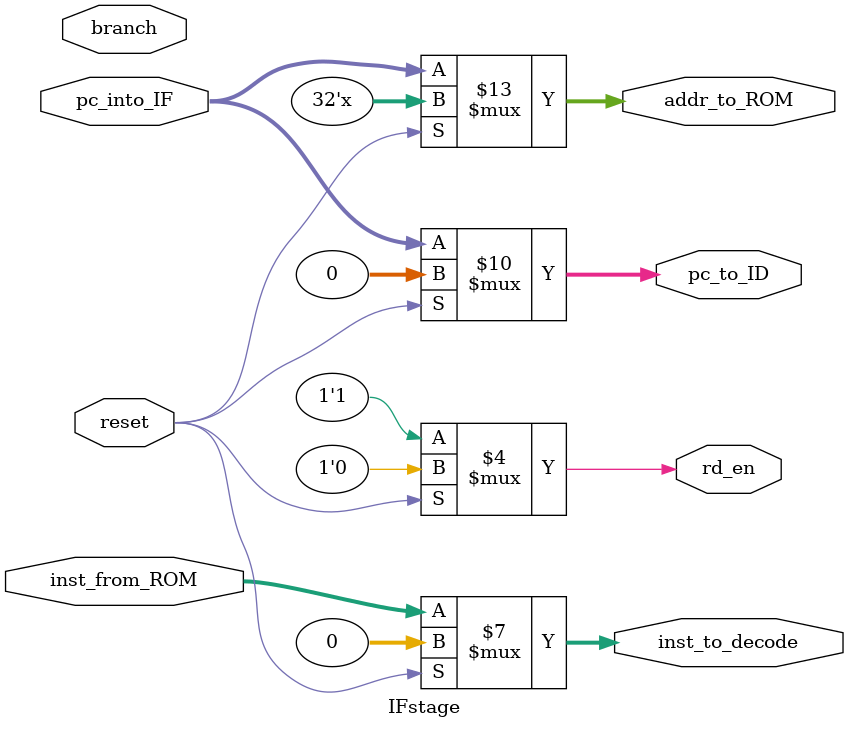
<source format=v>

module IFstage (
    input reset,
    input[31:0] inst_from_ROM, 
    input[31:0] pc_into_IF,
    input branch,
    output reg [31:0] inst_to_decode,
    output reg[31:0] pc_to_ID,
    output reg [31:0] addr_to_ROM,  
    output reg rd_en    //read enable
);





     always @(*) begin
        if(reset==1 ) begin
            pc_to_ID=0;
            inst_to_decode=0;
            rd_en=0;
        end
     


     else begin
        addr_to_ROM = pc_into_IF;
        pc_to_ID = pc_into_IF;
        inst_to_decode= inst_from_ROM;
        rd_en=1;

     end
    end
endmodule
</source>
